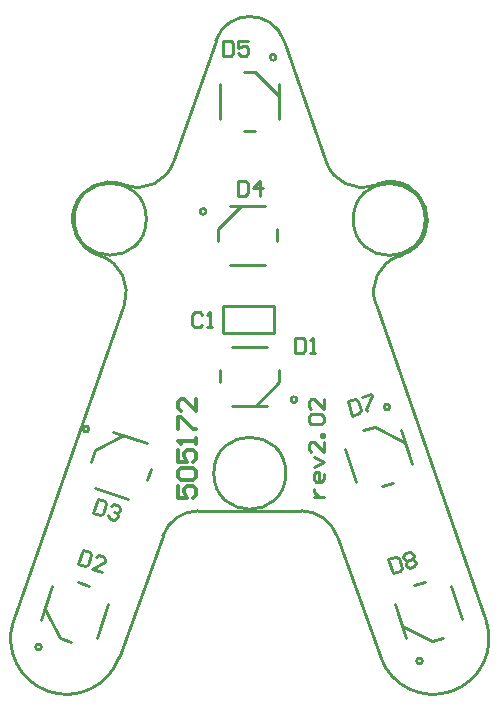
<source format=gto>
%FSLAX25Y25*%
%MOIN*%
G70*
G01*
G75*
G04 Layer_Color=65535*
%ADD10R,0.05000X0.08000*%
%ADD11R,0.05906X0.05906*%
%ADD12P,0.08352X4X297.0*%
%ADD13P,0.08352X4X207.0*%
%ADD14R,0.05906X0.05906*%
%ADD15P,0.08352X4X153.0*%
%ADD16C,0.02500*%
%ADD17C,0.16500*%
%ADD18C,0.04000*%
%ADD19R,0.17716X0.12205*%
G04:AMPARAMS|DCode=20|XSize=80mil|YSize=50mil|CornerRadius=0mil|HoleSize=0mil|Usage=FLASHONLY|Rotation=288.000|XOffset=0mil|YOffset=0mil|HoleType=Round|Shape=Rectangle|*
%AMROTATEDRECTD20*
4,1,4,-0.03614,0.03032,0.01142,0.04577,0.03614,-0.03032,-0.01142,-0.04577,-0.03614,0.03032,0.0*
%
%ADD20ROTATEDRECTD20*%

G04:AMPARAMS|DCode=21|XSize=80mil|YSize=50mil|CornerRadius=0mil|HoleSize=0mil|Usage=FLASHONLY|Rotation=252.000|XOffset=0mil|YOffset=0mil|HoleType=Round|Shape=Rectangle|*
%AMROTATEDRECTD21*
4,1,4,-0.01142,0.04577,0.03614,0.03032,0.01142,-0.04577,-0.03614,-0.03032,-0.01142,0.04577,0.0*
%
%ADD21ROTATEDRECTD21*%

%ADD22C,0.01000*%
%ADD23C,0.01200*%
D22*
X537808Y520706D02*
G03*
X529578Y497099I-4115J-11803D01*
G01*
X501513Y374972D02*
G03*
X536679Y362867I17675J-5783D01*
G01*
X538943Y520310D02*
G03*
X554861Y527999I4115J11803D01*
G01*
X538402Y480786D02*
G03*
X530713Y496704I-11803J4115D01*
G01*
X563125Y411770D02*
G03*
X551369Y403519I0J-12500D01*
G01*
X609286D02*
G03*
X597530Y411770I-11756J-4248D01*
G01*
X629942Y496704D02*
G03*
X622254Y480786I4115J-11803D01*
G01*
X605794Y527999D02*
G03*
X621712Y520310I11803J4115D01*
G01*
X623977Y362867D02*
G03*
X659143Y374972I17491J6321D01*
G01*
X631077Y497099D02*
G03*
X622847Y520706I-4115J11803D01*
G01*
X591680Y568485D02*
G03*
X568975Y568485I-11353J-3958D01*
G01*
X545800Y509000D02*
G03*
X545800Y509000I-12000J0D01*
G01*
X638800Y508900D02*
G03*
X638800Y508900I-12000J0D01*
G01*
X592300Y424300D02*
G03*
X592300Y424300I-12000J0D01*
G01*
X596048Y448826D02*
G03*
X596048Y448826I-984J0D01*
G01*
X510833Y366392D02*
G03*
X510833Y366392I-984J0D01*
G01*
X526676Y439051D02*
G03*
X526676Y439051I-984J0D01*
G01*
X565721Y511574D02*
G03*
X565721Y511574I-984J0D01*
G01*
X589058Y562964D02*
G03*
X589058Y562964I-984J0D01*
G01*
X627011Y446374D02*
G03*
X627011Y446374I-984J0D01*
G01*
X637858Y361726D02*
G03*
X637858Y361726I-984J0D01*
G01*
X537808Y520706D02*
X538943Y520310D01*
X554861Y527999D02*
X568975Y568485D01*
X529578Y497099D02*
X530713Y496704D01*
X501513Y374972D02*
X538402Y480786D01*
X563125Y411770D02*
X580328D01*
X536679Y362867D02*
X551369Y403519D01*
X609286D02*
X623977Y362867D01*
X580328Y411770D02*
X597530D01*
X622254Y480786D02*
X659143Y374972D01*
X629942Y496704D02*
X631077Y497099D01*
X591680Y568485D02*
X605794Y527999D01*
X621712Y520310D02*
X622847Y520706D01*
X571284Y480116D02*
X588316Y480116D01*
X571284Y471084D02*
Y480116D01*
Y471084D02*
X588316Y471084D01*
Y480116D01*
X582268Y446858D02*
X590142Y454732D01*
X574395Y466542D02*
X586205D01*
X574395Y446858D02*
X586205D01*
X570458Y454732D02*
Y458669D01*
X590142Y454732D02*
Y458669D01*
X511931Y379169D02*
X516986Y369248D01*
X529436Y369342D02*
X533086Y380575D01*
X510714Y375425D02*
X514364Y386658D01*
X523069Y387969D02*
X526814Y386753D01*
X516986Y369248D02*
X520731Y368031D01*
X528547Y431914D02*
X538469Y436969D01*
X528642Y419464D02*
X539875Y415814D01*
X534725Y438186D02*
X545958Y434536D01*
X546053Y422086D02*
X547269Y425831D01*
X527331Y428169D02*
X528547Y431914D01*
X569658Y505668D02*
X577531Y513543D01*
X573595Y493857D02*
X585405D01*
X573595Y513543D02*
X585405D01*
X589342Y501731D02*
Y505668D01*
X569658Y501731D02*
Y505668D01*
X582168Y558042D02*
X590042Y550169D01*
X570358Y542295D02*
Y554106D01*
X590042Y542295D02*
Y554106D01*
X578231Y538357D02*
X582168D01*
X578231Y558042D02*
X582168D01*
X621931Y439869D02*
X631852Y434814D01*
X611914Y432475D02*
X615564Y421242D01*
X630636Y438558D02*
X634286Y427325D01*
X624269Y419931D02*
X628014Y421147D01*
X618186Y438653D02*
X621931Y439869D01*
X631047Y373286D02*
X640969Y368231D01*
X647336Y386858D02*
X650986Y375625D01*
X628614Y380775D02*
X632264Y369542D01*
X634886Y386952D02*
X638631Y388169D01*
X640969Y368231D02*
X644714Y369447D01*
X576279Y521847D02*
Y516848D01*
X578779D01*
X579612Y517681D01*
Y521014D01*
X578779Y521847D01*
X576279D01*
X583777Y516848D02*
Y521847D01*
X581278Y519347D01*
X584610D01*
X529545Y415754D02*
X528000Y411000D01*
X530377Y410228D01*
X531427Y410763D01*
X532456Y413932D01*
X531921Y414982D01*
X529545Y415754D01*
X534041Y413417D02*
X535091Y413952D01*
X536675Y413437D01*
X537210Y412387D01*
X536953Y411595D01*
X535903Y411060D01*
X535111Y411317D01*
X535903Y411060D01*
X536438Y410010D01*
X536180Y409218D01*
X535131Y408683D01*
X533546Y409198D01*
X533011Y410248D01*
X524545Y398754D02*
X523000Y394000D01*
X525377Y393228D01*
X526427Y393763D01*
X527456Y396932D01*
X526922Y397981D01*
X524545Y398754D01*
X530923Y391426D02*
X527754Y392455D01*
X531953Y394595D01*
X532210Y395387D01*
X531675Y396437D01*
X530091Y396952D01*
X529041Y396417D01*
X595500Y469498D02*
Y464500D01*
X597999D01*
X598832Y465333D01*
Y468665D01*
X597999Y469498D01*
X595500D01*
X600498Y464500D02*
X602165D01*
X601331D01*
Y469498D01*
X600498Y468665D01*
X564532Y477065D02*
X563699Y477898D01*
X562033D01*
X561200Y477065D01*
Y473733D01*
X562033Y472900D01*
X563699D01*
X564532Y473733D01*
X566198Y472900D02*
X567865D01*
X567031D01*
Y477898D01*
X566198Y477065D01*
X626455Y395754D02*
X628000Y391000D01*
X630377Y391772D01*
X630912Y392822D01*
X629882Y395991D01*
X628832Y396526D01*
X626455Y395754D01*
X631467Y396506D02*
X632001Y397556D01*
X633586Y398071D01*
X634636Y397536D01*
X634893Y396743D01*
X634358Y395694D01*
X635408Y395159D01*
X635666Y394367D01*
X635131Y393317D01*
X633546Y392802D01*
X632496Y393337D01*
X632239Y394129D01*
X632774Y395179D01*
X631724Y395714D01*
X631467Y396506D01*
X632774Y395179D02*
X634358Y395694D01*
X612955Y448254D02*
X614500Y443500D01*
X616877Y444272D01*
X617412Y445322D01*
X616382Y448491D01*
X615332Y449026D01*
X612955Y448254D01*
X617709Y449798D02*
X620878Y450828D01*
X621136Y450036D01*
X618996Y445837D01*
X619254Y445045D01*
X571500Y568498D02*
Y563500D01*
X573999D01*
X574832Y564333D01*
Y567665D01*
X573999Y568498D01*
X571500D01*
X579831D02*
X576498D01*
Y565999D01*
X578164Y566832D01*
X578998D01*
X579831Y565999D01*
Y564333D01*
X578998Y563500D01*
X577331D01*
X576498Y564333D01*
X601668Y416500D02*
X605000D01*
X603334D01*
X602501Y417333D01*
X601668Y418166D01*
Y418999D01*
X605000Y423998D02*
Y422331D01*
X604167Y421498D01*
X602501D01*
X601668Y422331D01*
Y423998D01*
X602501Y424831D01*
X603334D01*
Y421498D01*
X601668Y426497D02*
X605000Y428163D01*
X601668Y429829D01*
X605000Y434827D02*
Y431495D01*
X601668Y434827D01*
X600835D01*
X600002Y433994D01*
Y432328D01*
X600835Y431495D01*
X605000Y436493D02*
X604167D01*
Y437327D01*
X605000D01*
Y436493D01*
X600835Y440659D02*
X600002Y441492D01*
Y443158D01*
X600835Y443991D01*
X604167D01*
X605000Y443158D01*
Y441492D01*
X604167Y440659D01*
X600835D01*
X605000Y448989D02*
Y445657D01*
X601668Y448989D01*
X600835D01*
X600002Y448156D01*
Y446490D01*
X600835Y445657D01*
D23*
X556502Y419999D02*
Y416000D01*
X559501D01*
X558501Y417999D01*
Y418999D01*
X559501Y419999D01*
X561500D01*
X562500Y418999D01*
Y417000D01*
X561500Y416000D01*
X557502Y421998D02*
X556502Y422998D01*
Y424997D01*
X557502Y425997D01*
X561500D01*
X562500Y424997D01*
Y422998D01*
X561500Y421998D01*
X557502D01*
X556502Y431995D02*
Y427996D01*
X559501D01*
X558501Y429995D01*
Y430995D01*
X559501Y431995D01*
X561500D01*
X562500Y430995D01*
Y428996D01*
X561500Y427996D01*
X562500Y433994D02*
Y435993D01*
Y434994D01*
X556502D01*
X557502Y433994D01*
X556502Y438993D02*
Y442991D01*
X557502D01*
X561500Y438993D01*
X562500D01*
Y448989D02*
Y444991D01*
X558501Y448989D01*
X557502D01*
X556502Y447990D01*
Y445990D01*
X557502Y444991D01*
M02*

</source>
